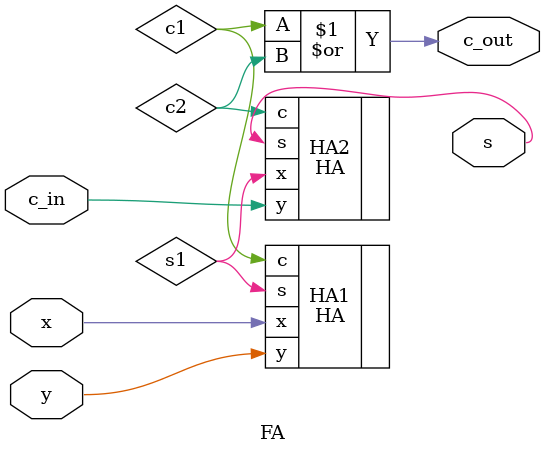
<source format=v>
module FA(s, c_out, x, y, c_in);
input x, y, c_in;
output s, c_out;
wire s1, c1, c2;


HA HA1(.s(s1), .c(c1), .x(x), .y(y));
HA HA2(.s(s), .c(c2), .x(s1), .y(c_in));
or or1(c_out,c1,c2);

endmodule


</source>
